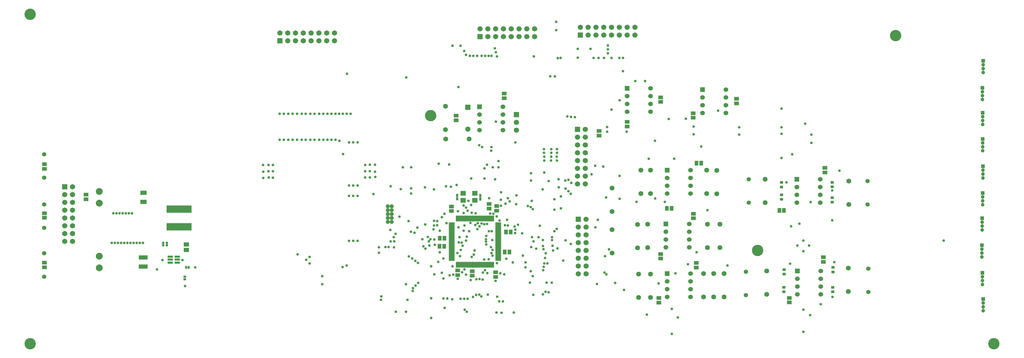
<source format=gts>
G04 Layer_Color=8388736*
%FSLAX24Y24*%
%MOIN*%
G70*
G01*
G75*
%ADD34R,0.0600X0.0600*%
%ADD35C,0.0600*%
%ADD50R,0.0631X0.0513*%
%ADD51R,0.0300X0.0320*%
%ADD52R,0.1140X0.0520*%
%ADD53R,0.0650X0.0520*%
%ADD54R,0.0790X0.0520*%
%ADD55R,0.3230X0.0946*%
%ADD56R,0.0320X0.0300*%
%ADD57R,0.0700X0.0300*%
%ADD58R,0.0513X0.0631*%
%ADD59O,0.0789X0.0198*%
%ADD60O,0.0198X0.0789*%
%ADD61R,0.0710X0.0592*%
%ADD62R,0.0316X0.0434*%
%ADD63R,0.0434X0.0356*%
%ADD64C,0.1458*%
%ADD65C,0.0671*%
%ADD66R,0.0671X0.0671*%
%ADD67C,0.0552*%
%ADD68C,0.0730*%
%ADD69C,0.0631*%
%ADD70R,0.0671X0.0671*%
%ADD71C,0.0520*%
%ADD72C,0.0474*%
%ADD73R,0.0474X0.0474*%
%ADD74C,0.0332*%
%ADD75C,0.0880*%
D34*
X82896Y-21178D02*
D03*
X82710Y-28089D02*
D03*
X82876Y-34466D02*
D03*
X58813Y-13060D02*
D03*
X99510Y-22344D02*
D03*
X87423Y-10839D02*
D03*
X99579Y-34106D02*
D03*
X77758Y-10701D02*
D03*
D35*
X82896Y-22178D02*
D03*
Y-23178D02*
D03*
Y-24178D02*
D03*
X85896D02*
D03*
Y-23178D02*
D03*
Y-22178D02*
D03*
Y-21178D02*
D03*
X82710Y-29089D02*
D03*
Y-30089D02*
D03*
Y-31089D02*
D03*
X85710D02*
D03*
Y-30089D02*
D03*
Y-29089D02*
D03*
Y-28089D02*
D03*
X82876Y-35466D02*
D03*
Y-36466D02*
D03*
Y-37466D02*
D03*
X85876D02*
D03*
Y-36466D02*
D03*
Y-35466D02*
D03*
Y-34466D02*
D03*
X58813Y-14060D02*
D03*
Y-15060D02*
D03*
Y-16060D02*
D03*
X61813D02*
D03*
Y-15060D02*
D03*
Y-14060D02*
D03*
Y-13060D02*
D03*
X99510Y-23344D02*
D03*
Y-24344D02*
D03*
Y-25344D02*
D03*
X102510D02*
D03*
Y-24344D02*
D03*
Y-23344D02*
D03*
Y-22344D02*
D03*
X87423Y-11839D02*
D03*
Y-12839D02*
D03*
Y-13839D02*
D03*
X90423D02*
D03*
Y-12839D02*
D03*
Y-11839D02*
D03*
Y-10839D02*
D03*
X99579Y-35106D02*
D03*
Y-36106D02*
D03*
Y-37106D02*
D03*
X102579D02*
D03*
Y-36106D02*
D03*
Y-35106D02*
D03*
Y-34106D02*
D03*
X77758Y-11701D02*
D03*
Y-12701D02*
D03*
Y-13701D02*
D03*
X80758D02*
D03*
Y-12701D02*
D03*
Y-11701D02*
D03*
Y-10701D02*
D03*
D50*
X3022Y-33642D02*
D03*
Y-33051D02*
D03*
X74163Y-16161D02*
D03*
Y-16752D02*
D03*
X3022Y-20423D02*
D03*
Y-21014D02*
D03*
X8356Y-24321D02*
D03*
Y-24911D02*
D03*
X3031Y-26713D02*
D03*
Y-27303D02*
D03*
X77756Y-15000D02*
D03*
Y-15591D02*
D03*
X98573Y-38169D02*
D03*
Y-37579D02*
D03*
X81821Y-37589D02*
D03*
Y-38179D02*
D03*
X86240Y-13878D02*
D03*
Y-14468D02*
D03*
X91781Y-12028D02*
D03*
Y-12618D02*
D03*
X86250Y-26772D02*
D03*
Y-27362D02*
D03*
X82057Y-31939D02*
D03*
Y-32530D02*
D03*
X82067Y-11841D02*
D03*
Y-12431D02*
D03*
X102933Y-32352D02*
D03*
Y-32943D02*
D03*
X61998Y-11358D02*
D03*
Y-11949D02*
D03*
X86634Y-33091D02*
D03*
Y-33681D02*
D03*
X103130Y-20896D02*
D03*
Y-21486D02*
D03*
X57884Y-34734D02*
D03*
Y-34144D02*
D03*
X61024Y-25787D02*
D03*
Y-26378D02*
D03*
X55217Y-25846D02*
D03*
Y-26437D02*
D03*
X60069Y-25531D02*
D03*
Y-26122D02*
D03*
X56024Y-34656D02*
D03*
Y-34065D02*
D03*
X60896Y-34882D02*
D03*
Y-34291D02*
D03*
X55828Y-14184D02*
D03*
Y-14774D02*
D03*
D51*
X21529Y-33651D02*
D03*
X21199D02*
D03*
D52*
X15684Y-32381D02*
D03*
Y-33561D02*
D03*
D53*
X21214Y-31426D02*
D03*
Y-30716D02*
D03*
D54*
X15734Y-25271D02*
D03*
Y-24091D02*
D03*
D55*
X20284Y-26199D02*
D03*
Y-28443D02*
D03*
D56*
X21034Y-34866D02*
D03*
Y-35196D02*
D03*
D57*
X20064Y-32297D02*
D03*
Y-32671D02*
D03*
Y-33045D02*
D03*
X19144D02*
D03*
Y-32671D02*
D03*
Y-32297D02*
D03*
D58*
X97283Y-26348D02*
D03*
X97874D02*
D03*
X87244Y-20276D02*
D03*
X86654D02*
D03*
X83445Y-26102D02*
D03*
X82854D02*
D03*
X62657Y-31703D02*
D03*
X62067D02*
D03*
X53691Y-30955D02*
D03*
X54282D02*
D03*
X62815Y-29124D02*
D03*
X62224D02*
D03*
X53730Y-29931D02*
D03*
X54321D02*
D03*
D59*
X55266Y-27982D02*
D03*
Y-28179D02*
D03*
Y-28376D02*
D03*
Y-28573D02*
D03*
Y-28770D02*
D03*
Y-28967D02*
D03*
Y-29163D02*
D03*
Y-29360D02*
D03*
Y-29557D02*
D03*
Y-29754D02*
D03*
Y-29951D02*
D03*
Y-30148D02*
D03*
Y-30344D02*
D03*
Y-30541D02*
D03*
Y-30738D02*
D03*
Y-30935D02*
D03*
Y-31132D02*
D03*
Y-31329D02*
D03*
Y-31526D02*
D03*
Y-31722D02*
D03*
Y-31919D02*
D03*
Y-32116D02*
D03*
Y-32313D02*
D03*
Y-32510D02*
D03*
Y-32707D02*
D03*
X61211D02*
D03*
Y-32510D02*
D03*
Y-32313D02*
D03*
Y-32116D02*
D03*
Y-31919D02*
D03*
Y-31722D02*
D03*
Y-31526D02*
D03*
Y-31329D02*
D03*
Y-31132D02*
D03*
Y-30935D02*
D03*
Y-30738D02*
D03*
Y-30541D02*
D03*
Y-30344D02*
D03*
Y-30148D02*
D03*
Y-29951D02*
D03*
Y-29754D02*
D03*
Y-29557D02*
D03*
Y-29360D02*
D03*
Y-29163D02*
D03*
Y-28967D02*
D03*
Y-28770D02*
D03*
Y-28573D02*
D03*
Y-28376D02*
D03*
Y-28179D02*
D03*
Y-27982D02*
D03*
D60*
X55876Y-33317D02*
D03*
X56073D02*
D03*
X56270D02*
D03*
X56467D02*
D03*
X56663D02*
D03*
X56860D02*
D03*
X57057D02*
D03*
X57254D02*
D03*
X57451D02*
D03*
X57648D02*
D03*
X57844D02*
D03*
X58041D02*
D03*
X58238D02*
D03*
X58435D02*
D03*
X58632D02*
D03*
X58829D02*
D03*
X59026D02*
D03*
X59222D02*
D03*
X59419D02*
D03*
X59616D02*
D03*
X59813D02*
D03*
X60010D02*
D03*
X60207D02*
D03*
X60404D02*
D03*
X60600D02*
D03*
Y-27372D02*
D03*
X60404D02*
D03*
X60207D02*
D03*
X60010D02*
D03*
X59813D02*
D03*
X59616D02*
D03*
X59419D02*
D03*
X59222D02*
D03*
X59026D02*
D03*
X58829D02*
D03*
X58632D02*
D03*
X58435D02*
D03*
X58238D02*
D03*
X58041D02*
D03*
X57844D02*
D03*
X57648D02*
D03*
X57451D02*
D03*
X57254D02*
D03*
X57057D02*
D03*
X56860D02*
D03*
X56663D02*
D03*
X56467D02*
D03*
X56270D02*
D03*
X56073D02*
D03*
X55876D02*
D03*
D61*
X58209Y-25049D02*
D03*
X56713D02*
D03*
Y-24144D02*
D03*
X58209D02*
D03*
D62*
X58927Y-24892D02*
D03*
Y-24459D02*
D03*
X55965Y-24429D02*
D03*
Y-24862D02*
D03*
D63*
X97559Y-23346D02*
D03*
Y-22756D02*
D03*
Y-24931D02*
D03*
Y-24341D02*
D03*
X104065Y-25295D02*
D03*
Y-24705D02*
D03*
X104065Y-22746D02*
D03*
Y-23337D02*
D03*
X97884Y-34537D02*
D03*
Y-33947D02*
D03*
X97854Y-36801D02*
D03*
Y-36211D02*
D03*
X104163Y-34252D02*
D03*
Y-33661D02*
D03*
X104114Y-36801D02*
D03*
Y-36211D02*
D03*
D64*
X94488Y-31496D02*
D03*
X52559Y-14173D02*
D03*
X1181Y-1181D02*
D03*
Y-43465D02*
D03*
X124803D02*
D03*
X112205Y-3937D02*
D03*
D65*
X6640Y-30327D02*
D03*
X5640D02*
D03*
X6640Y-29327D02*
D03*
X5640D02*
D03*
X6640Y-28327D02*
D03*
X5640D02*
D03*
X6640Y-27327D02*
D03*
X5640D02*
D03*
X6640Y-26327D02*
D03*
X5640D02*
D03*
X6640Y-25327D02*
D03*
X5640D02*
D03*
X6640Y-24327D02*
D03*
X5640D02*
D03*
X6640Y-23327D02*
D03*
X72398Y-15955D02*
D03*
X71398Y-16955D02*
D03*
X72398D02*
D03*
X71398Y-17955D02*
D03*
X72398D02*
D03*
X71398Y-18955D02*
D03*
X72398D02*
D03*
X71398Y-19955D02*
D03*
X72398D02*
D03*
X71398Y-20955D02*
D03*
X72398D02*
D03*
X71398Y-21955D02*
D03*
X72398D02*
D03*
X71398Y-22955D02*
D03*
X72398D02*
D03*
X71772Y-2858D02*
D03*
X72772Y-3858D02*
D03*
Y-2858D02*
D03*
X73772Y-3858D02*
D03*
Y-2858D02*
D03*
X74772Y-3858D02*
D03*
Y-2858D02*
D03*
X75772Y-3858D02*
D03*
Y-2858D02*
D03*
X76772Y-3858D02*
D03*
Y-2858D02*
D03*
X77772Y-3858D02*
D03*
Y-2858D02*
D03*
X78772Y-3858D02*
D03*
Y-2858D02*
D03*
X58898Y-3065D02*
D03*
X59898Y-4065D02*
D03*
Y-3065D02*
D03*
X60898Y-4065D02*
D03*
Y-3065D02*
D03*
X61898Y-4065D02*
D03*
Y-3065D02*
D03*
X62898Y-4065D02*
D03*
Y-3065D02*
D03*
X63898Y-4065D02*
D03*
Y-3065D02*
D03*
X64898Y-4065D02*
D03*
Y-3065D02*
D03*
X65898Y-4065D02*
D03*
Y-3065D02*
D03*
X72496Y-27500D02*
D03*
X71496Y-28500D02*
D03*
X72496D02*
D03*
X71496Y-29500D02*
D03*
X72496D02*
D03*
X71496Y-30500D02*
D03*
X72496D02*
D03*
X71496Y-31500D02*
D03*
X72496D02*
D03*
X71496Y-32500D02*
D03*
X72496D02*
D03*
X71496Y-33500D02*
D03*
X72496D02*
D03*
X71496Y-34500D02*
D03*
X72496D02*
D03*
X33219Y-3577D02*
D03*
X34218Y-4577D02*
D03*
Y-3577D02*
D03*
X35219Y-4577D02*
D03*
Y-3577D02*
D03*
X36219Y-4577D02*
D03*
Y-3577D02*
D03*
X37218Y-4577D02*
D03*
Y-3577D02*
D03*
X38219Y-4577D02*
D03*
Y-3577D02*
D03*
X39218Y-4577D02*
D03*
Y-3577D02*
D03*
X40219Y-4577D02*
D03*
Y-3577D02*
D03*
X63574Y-16066D02*
D03*
Y-15066D02*
D03*
X57333Y-15906D02*
D03*
D66*
X5640Y-23327D02*
D03*
X71398Y-15955D02*
D03*
X71496Y-27500D02*
D03*
X63574Y-14066D02*
D03*
X57333Y-13110D02*
D03*
D67*
X2982Y-28596D02*
D03*
Y-25596D02*
D03*
Y-34846D02*
D03*
Y-31846D02*
D03*
X3002Y-22169D02*
D03*
Y-19169D02*
D03*
X93002Y-37209D02*
D03*
Y-34209D02*
D03*
X108602Y-22575D02*
D03*
Y-25575D02*
D03*
X93356Y-22339D02*
D03*
Y-25339D02*
D03*
X108681Y-33835D02*
D03*
Y-36835D02*
D03*
D68*
X10044Y-25421D02*
D03*
Y-33741D02*
D03*
Y-32231D02*
D03*
Y-23931D02*
D03*
D69*
X75827Y-31835D02*
D03*
Y-28835D02*
D03*
X89252Y-21232D02*
D03*
Y-24232D02*
D03*
X87953Y-24192D02*
D03*
Y-21192D02*
D03*
X79518D02*
D03*
Y-24192D02*
D03*
X80758D02*
D03*
Y-21192D02*
D03*
X88072Y-31112D02*
D03*
Y-28112D02*
D03*
X79096Y-28152D02*
D03*
Y-31152D02*
D03*
X80376Y-31132D02*
D03*
Y-28132D02*
D03*
X89667Y-28112D02*
D03*
Y-31112D02*
D03*
X80758Y-37519D02*
D03*
Y-34519D02*
D03*
X79232Y-34509D02*
D03*
Y-37509D02*
D03*
X87549Y-34470D02*
D03*
Y-37470D02*
D03*
X88868Y-34470D02*
D03*
Y-37470D02*
D03*
X90197Y-34470D02*
D03*
Y-37470D02*
D03*
X54460Y-12999D02*
D03*
Y-15999D02*
D03*
X54504Y-17175D02*
D03*
X57504D02*
D03*
X106201Y-22575D02*
D03*
Y-25575D02*
D03*
X95453Y-22358D02*
D03*
Y-25358D02*
D03*
X95650Y-37110D02*
D03*
Y-34110D02*
D03*
X106112Y-33766D02*
D03*
Y-36766D02*
D03*
X75817Y-23480D02*
D03*
Y-26480D02*
D03*
D70*
X71772Y-3858D02*
D03*
X58898Y-4065D02*
D03*
X33219Y-4577D02*
D03*
D71*
X47053Y-25821D02*
D03*
X47553D02*
D03*
X47053Y-26321D02*
D03*
X47553D02*
D03*
X47053Y-26821D02*
D03*
X47553D02*
D03*
X47053Y-27321D02*
D03*
X47553D02*
D03*
X47053Y-27821D02*
D03*
X47553D02*
D03*
D72*
X123346Y-18675D02*
D03*
Y-18175D02*
D03*
Y-17675D02*
D03*
X123415Y-8646D02*
D03*
Y-8146D02*
D03*
Y-7646D02*
D03*
X123356Y-25614D02*
D03*
Y-25114D02*
D03*
Y-24614D02*
D03*
X123327Y-35850D02*
D03*
Y-35350D02*
D03*
Y-34850D02*
D03*
X123258Y-32317D02*
D03*
Y-31817D02*
D03*
Y-31317D02*
D03*
X123396Y-22189D02*
D03*
Y-21689D02*
D03*
Y-21189D02*
D03*
X123278Y-28843D02*
D03*
Y-28343D02*
D03*
Y-27843D02*
D03*
X123337Y-12110D02*
D03*
Y-11610D02*
D03*
Y-11110D02*
D03*
X123415Y-39236D02*
D03*
Y-38736D02*
D03*
Y-38236D02*
D03*
X123346Y-15329D02*
D03*
Y-14829D02*
D03*
Y-14329D02*
D03*
D73*
Y-17175D02*
D03*
X123415Y-7146D02*
D03*
X123356Y-24114D02*
D03*
X123327Y-34350D02*
D03*
X123258Y-30817D02*
D03*
X123396Y-20689D02*
D03*
X123278Y-27343D02*
D03*
X123337Y-10610D02*
D03*
X123415Y-37736D02*
D03*
X123346Y-13829D02*
D03*
D74*
X47890Y-30311D02*
D03*
X53100Y-30750D02*
D03*
X47830Y-29790D02*
D03*
X60830Y-22370D02*
D03*
X67230Y-32460D02*
D03*
X56890Y-28280D02*
D03*
X53740Y-28950D02*
D03*
X50640Y-35980D02*
D03*
X50970Y-35670D02*
D03*
X59810Y-34380D02*
D03*
X62000Y-34550D02*
D03*
X65400Y-34170D02*
D03*
X63100Y-33030D02*
D03*
X62256Y-32571D02*
D03*
X60020Y-29030D02*
D03*
X59685Y-29606D02*
D03*
X60280Y-31040D02*
D03*
X60350Y-31820D02*
D03*
X64710Y-33020D02*
D03*
X67120Y-33150D02*
D03*
X64400Y-32170D02*
D03*
X60490Y-32150D02*
D03*
X57835Y-32335D02*
D03*
X58080Y-32010D02*
D03*
X54183Y-32530D02*
D03*
X53740Y-31720D02*
D03*
X52180Y-29770D02*
D03*
X51496Y-30049D02*
D03*
X45472Y-22047D02*
D03*
X18714Y-30521D02*
D03*
X18264D02*
D03*
X118346Y-30207D02*
D03*
X98789Y-28386D02*
D03*
X54931Y-20453D02*
D03*
X58789Y-18002D02*
D03*
X89429Y-13553D02*
D03*
X83100Y-14606D02*
D03*
X85276Y-14596D02*
D03*
X86280Y-15600D02*
D03*
Y-16594D02*
D03*
X87244Y-18140D02*
D03*
X84262Y-40089D02*
D03*
X90640Y-33435D02*
D03*
X104990Y-21260D02*
D03*
X104321Y-32992D02*
D03*
X101220Y-39774D02*
D03*
X81801Y-35728D02*
D03*
X86663Y-31722D02*
D03*
X65413Y-21585D02*
D03*
X67077Y-18474D02*
D03*
X68012D02*
D03*
X68760D02*
D03*
X67116Y-19459D02*
D03*
X68012D02*
D03*
X68720D02*
D03*
X67112Y-19955D02*
D03*
X67079Y-18955D02*
D03*
X67988Y-19955D02*
D03*
X68024Y-18955D02*
D03*
X68744Y-19955D02*
D03*
X68758Y-18955D02*
D03*
X67677Y-22579D02*
D03*
X70591Y-22825D02*
D03*
X70226Y-22431D02*
D03*
X69823Y-22520D02*
D03*
X83780Y-19705D02*
D03*
X80541D02*
D03*
X75197Y-15640D02*
D03*
X77707Y-16260D02*
D03*
X75197D02*
D03*
X80295Y-39705D02*
D03*
X52628Y-40138D02*
D03*
Y-37618D02*
D03*
Y-33533D02*
D03*
X88072Y-26311D02*
D03*
X97559Y-13278D02*
D03*
Y-15699D02*
D03*
Y-16535D02*
D03*
Y-19616D02*
D03*
X83484Y-42175D02*
D03*
X17464Y-33921D02*
D03*
X20714Y-32721D02*
D03*
X13664Y-30521D02*
D03*
X13264D02*
D03*
X12864D02*
D03*
X12064D02*
D03*
X22364Y-33671D02*
D03*
X14864Y-30521D02*
D03*
X15664D02*
D03*
X11864Y-26721D02*
D03*
X12264D02*
D03*
X12664D02*
D03*
X13064D02*
D03*
X13464D02*
D03*
X13864D02*
D03*
X14264D02*
D03*
X11664Y-30521D02*
D03*
X12464D02*
D03*
X14064D02*
D03*
X14464D02*
D03*
X15264D02*
D03*
X21064Y-36071D02*
D03*
X18264Y-30821D02*
D03*
X18714D02*
D03*
X18174Y-32721D02*
D03*
X73888Y-35787D02*
D03*
X63209Y-39469D02*
D03*
X61654Y-39488D02*
D03*
X60925Y-6053D02*
D03*
X59518Y-34006D02*
D03*
X33199Y-17274D02*
D03*
X36535D02*
D03*
X35433D02*
D03*
X34872D02*
D03*
X34281D02*
D03*
X37126D02*
D03*
X37667D02*
D03*
X38258D02*
D03*
X38799D02*
D03*
X39341D02*
D03*
X39823D02*
D03*
X40354D02*
D03*
X41309Y-19124D02*
D03*
X40866Y-17431D02*
D03*
X33740Y-17274D02*
D03*
X57500Y-29016D02*
D03*
X53602Y-20344D02*
D03*
X51880Y-31260D02*
D03*
X51634Y-30945D02*
D03*
X75285Y-5187D02*
D03*
X75276Y-5699D02*
D03*
X75285Y-6181D02*
D03*
X74793Y-6791D02*
D03*
X74104D02*
D03*
X73465D02*
D03*
X71063Y-14380D02*
D03*
X70551Y-14341D02*
D03*
X70098Y-14301D02*
D03*
X70532Y-24213D02*
D03*
X65384Y-25906D02*
D03*
X65010Y-25797D02*
D03*
X65669Y-26201D02*
D03*
X59675Y-30709D02*
D03*
X59665Y-30354D02*
D03*
X59656Y-30039D02*
D03*
X58189Y-31496D02*
D03*
X77234Y-6778D02*
D03*
Y-8494D02*
D03*
X68504Y-9144D02*
D03*
X49439Y-9281D02*
D03*
X45236Y-24262D02*
D03*
X45925Y-31093D02*
D03*
Y-31781D02*
D03*
X63415Y-17628D02*
D03*
X66545Y-28307D02*
D03*
X69852Y-30177D02*
D03*
X70512Y-30640D02*
D03*
X67008Y-34026D02*
D03*
X61053Y-33130D02*
D03*
X57206Y-29724D02*
D03*
X65728Y-37185D02*
D03*
X65289Y-35619D02*
D03*
X81358Y-24833D02*
D03*
X73199Y-21722D02*
D03*
X55906Y-23081D02*
D03*
X54537Y-23258D02*
D03*
X53986Y-27215D02*
D03*
X53524Y-32963D02*
D03*
X58573Y-28760D02*
D03*
X47392Y-28848D02*
D03*
X48081Y-39360D02*
D03*
X49380D02*
D03*
X57205D02*
D03*
X46181Y-37835D02*
D03*
X41250Y-33622D02*
D03*
X49576Y-37835D02*
D03*
X57106Y-34577D02*
D03*
X56585Y-34272D02*
D03*
X46211Y-37382D02*
D03*
X58002Y-37470D02*
D03*
X59055Y-37392D02*
D03*
X56919Y-39094D02*
D03*
X68081Y-35610D02*
D03*
X61486Y-34419D02*
D03*
X64715Y-33671D02*
D03*
X48573Y-27156D02*
D03*
X52402Y-30856D02*
D03*
X53012Y-30089D02*
D03*
X60482Y-31437D02*
D03*
X58829Y-35157D02*
D03*
X58396Y-37175D02*
D03*
X38652Y-35817D02*
D03*
Y-34774D02*
D03*
X73051Y-5610D02*
D03*
X71427D02*
D03*
X68848Y-6821D02*
D03*
X67136Y-21486D02*
D03*
X65541Y-25108D02*
D03*
X52530Y-30049D02*
D03*
X52323Y-30335D02*
D03*
X67018Y-31309D02*
D03*
X58780Y-37146D02*
D03*
X59222Y-35236D02*
D03*
X57697Y-35285D02*
D03*
X59242Y-34311D02*
D03*
X61093Y-37431D02*
D03*
X50256Y-36673D02*
D03*
X54203Y-35089D02*
D03*
X53986Y-34350D02*
D03*
X55364Y-33533D02*
D03*
X65551Y-29793D02*
D03*
X60404Y-29006D02*
D03*
X63386Y-29252D02*
D03*
X60896Y-35384D02*
D03*
X56024Y-35118D02*
D03*
X56122Y-28524D02*
D03*
X56782Y-28947D02*
D03*
X61555Y-24990D02*
D03*
Y-25768D02*
D03*
X50059Y-24193D02*
D03*
Y-23533D02*
D03*
X68189Y-30896D02*
D03*
X66959Y-30915D02*
D03*
X65443Y-31063D02*
D03*
X65758Y-30305D02*
D03*
X54360Y-38839D02*
D03*
X60994Y-39469D02*
D03*
X67697Y-36870D02*
D03*
X76801Y-24862D02*
D03*
Y-21909D02*
D03*
Y-12215D02*
D03*
X76772Y-6778D02*
D03*
X75108Y-34567D02*
D03*
X75432Y-31339D02*
D03*
X75772Y-13425D02*
D03*
Y-6778D02*
D03*
X47421Y-30305D02*
D03*
X41821Y-8829D02*
D03*
X61053Y-6604D02*
D03*
X47854Y-31073D02*
D03*
X56850Y-5886D02*
D03*
X55374Y-5236D02*
D03*
X68642Y-3209D02*
D03*
Y-2165D02*
D03*
X65674Y-34788D02*
D03*
X67067Y-33593D02*
D03*
X67520Y-33159D02*
D03*
X68839Y-31220D02*
D03*
X71437Y-6762D02*
D03*
X69222Y-6791D02*
D03*
X68258Y-31476D02*
D03*
X68425Y-29035D02*
D03*
Y-26250D02*
D03*
Y-24931D02*
D03*
X62461Y-28297D02*
D03*
X63524Y-25561D02*
D03*
X62461Y-24803D02*
D03*
X56791Y-26693D02*
D03*
X60915Y-14961D02*
D03*
X66093Y-31270D02*
D03*
X61811Y-38031D02*
D03*
X46762Y-31043D02*
D03*
X61348Y-38031D02*
D03*
X47146Y-31053D02*
D03*
X60600Y-26772D02*
D03*
X59459Y-22264D02*
D03*
Y-20945D02*
D03*
X50059Y-20837D02*
D03*
X58317Y-26713D02*
D03*
X54331Y-26781D02*
D03*
X53386Y-28258D02*
D03*
X52992Y-28287D02*
D03*
Y-27687D02*
D03*
Y-23652D02*
D03*
X78957Y-25266D02*
D03*
X82598D02*
D03*
X67283Y-36801D02*
D03*
X76240Y-35650D02*
D03*
X85571Y-33258D02*
D03*
X50010Y-29085D02*
D03*
X66959Y-37106D02*
D03*
X57283Y-26378D02*
D03*
X57087Y-25994D02*
D03*
X56801Y-25709D02*
D03*
X55148Y-23317D02*
D03*
X68947Y-22352D02*
D03*
X78799Y-9764D02*
D03*
X80049D02*
D03*
X56073Y-26447D02*
D03*
X73976Y-27569D02*
D03*
X73642Y-20630D02*
D03*
X92136Y-15699D02*
D03*
Y-16614D02*
D03*
X81331Y-17409D02*
D03*
X102579Y-38376D02*
D03*
X73701Y-28524D02*
D03*
X74695Y-20728D02*
D03*
X77352Y-36545D02*
D03*
X83967Y-34429D02*
D03*
X98927Y-19144D02*
D03*
X100600Y-15226D02*
D03*
X59419Y-32638D02*
D03*
X61378Y-27657D02*
D03*
X59990Y-32608D02*
D03*
X62146Y-25492D02*
D03*
X60463Y-30148D02*
D03*
X63770Y-28179D02*
D03*
X66959Y-30157D02*
D03*
X49390Y-35827D02*
D03*
X56880Y-33937D02*
D03*
X66407Y-29793D02*
D03*
X58287Y-28228D02*
D03*
X58829Y-28396D02*
D03*
X59104Y-28012D02*
D03*
X59439Y-28120D02*
D03*
X58585Y-28001D02*
D03*
X63435Y-28819D02*
D03*
X101289Y-25295D02*
D03*
X101407Y-17687D02*
D03*
X104065Y-23789D02*
D03*
X104085Y-37470D02*
D03*
X98642Y-33189D02*
D03*
X98179Y-22766D02*
D03*
X104045Y-27618D02*
D03*
X99843Y-28051D02*
D03*
X53406Y-27717D02*
D03*
X56132Y-10522D02*
D03*
X60807Y-5561D02*
D03*
X50866Y-28543D02*
D03*
X56398Y-5236D02*
D03*
X57835Y-26663D02*
D03*
X59793Y-28091D02*
D03*
X59163Y-18228D02*
D03*
X60374D02*
D03*
X60207Y-26762D02*
D03*
X60512Y-20837D02*
D03*
X60335Y-18681D02*
D03*
X61260Y-20827D02*
D03*
Y-20010D02*
D03*
X50305Y-36319D02*
D03*
X50207Y-32510D02*
D03*
X50600Y-32825D02*
D03*
X50935Y-33100D02*
D03*
X37037Y-33159D02*
D03*
Y-32313D02*
D03*
X36575Y-32697D02*
D03*
X33199Y-13957D02*
D03*
X101407Y-16614D02*
D03*
X100344Y-30207D02*
D03*
Y-31585D02*
D03*
Y-39094D02*
D03*
X83484Y-38991D02*
D03*
X101091Y-30864D02*
D03*
X99579D02*
D03*
X100344Y-41929D02*
D03*
X57648Y-27963D02*
D03*
X51831Y-23381D02*
D03*
X54606Y-27972D02*
D03*
X61024Y-27136D02*
D03*
X75049Y-24685D02*
D03*
X74911Y-32234D02*
D03*
X74862Y-34311D02*
D03*
X67421Y-35620D02*
D03*
X33740Y-13957D02*
D03*
X34281D02*
D03*
X34872D02*
D03*
X35433D02*
D03*
X36014Y-17274D02*
D03*
Y-13957D02*
D03*
X36535D02*
D03*
X37126D02*
D03*
X37667D02*
D03*
X38258D02*
D03*
X38799D02*
D03*
X40354D02*
D03*
X39823D02*
D03*
X39341D02*
D03*
X42283D02*
D03*
X41791D02*
D03*
X41299D02*
D03*
X40837D02*
D03*
X35502Y-31988D02*
D03*
X42096Y-17628D02*
D03*
X42628D02*
D03*
X43179D02*
D03*
X42096Y-23159D02*
D03*
X42628D02*
D03*
X43179D02*
D03*
X42096Y-24498D02*
D03*
X42628D02*
D03*
X43179D02*
D03*
X42628Y-30247D02*
D03*
X43179D02*
D03*
X42096D02*
D03*
X41801Y-33405D02*
D03*
X53022Y-34557D02*
D03*
X49774Y-32264D02*
D03*
X54203Y-37638D02*
D03*
X54704D02*
D03*
X55325Y-37766D02*
D03*
X56378Y-37687D02*
D03*
X57303D02*
D03*
X56850D02*
D03*
X59892Y-37165D02*
D03*
X58425Y-35187D02*
D03*
X59104Y-6525D02*
D03*
X59567D02*
D03*
X59980D02*
D03*
X60374D02*
D03*
X58533D02*
D03*
X58022D02*
D03*
X57579D02*
D03*
X57096Y-6387D02*
D03*
X65778Y-6604D02*
D03*
X48071Y-29370D02*
D03*
X50482Y-29213D02*
D03*
X52933Y-28799D02*
D03*
X63317Y-28435D02*
D03*
X62077Y-28268D02*
D03*
X62352Y-27569D02*
D03*
X62677Y-25187D02*
D03*
X69272Y-24567D02*
D03*
Y-26093D02*
D03*
X68740Y-28711D02*
D03*
X68140Y-29774D02*
D03*
X68130Y-30138D02*
D03*
X67313Y-31860D02*
D03*
X69557Y-32795D02*
D03*
X56339Y-32234D02*
D03*
X56437Y-31407D02*
D03*
X56142Y-30463D02*
D03*
X56657Y-30885D02*
D03*
X56526Y-30502D02*
D03*
X57077Y-30217D02*
D03*
X56260Y-29793D02*
D03*
X55984Y-31831D02*
D03*
X69872Y-23553D02*
D03*
X70237Y-23898D02*
D03*
X66939Y-23661D02*
D03*
X69006Y-23376D02*
D03*
X65413Y-22510D02*
D03*
X60069Y-24793D02*
D03*
X59793Y-20472D02*
D03*
X49006Y-20817D02*
D03*
X47411Y-23258D02*
D03*
X48740Y-23612D02*
D03*
X51860Y-28140D02*
D03*
X49715Y-27717D02*
D03*
X55443Y-34587D02*
D03*
X55000Y-34685D02*
D03*
X64291Y-29272D02*
D03*
X63563Y-24429D02*
D03*
X61585Y-24006D02*
D03*
X57392Y-25128D02*
D03*
X57756Y-25650D02*
D03*
Y-22254D02*
D03*
X44154Y-20531D02*
D03*
X44163Y-21319D02*
D03*
Y-22126D02*
D03*
X44764Y-20502D02*
D03*
X44744Y-21319D02*
D03*
X44764Y-22106D02*
D03*
X45433Y-20502D02*
D03*
X45413Y-21378D02*
D03*
X31073Y-20512D02*
D03*
X31083Y-21378D02*
D03*
Y-22175D02*
D03*
X31742Y-20512D02*
D03*
X31752Y-21319D02*
D03*
X31781Y-22126D02*
D03*
X32323Y-20512D02*
D03*
X32313Y-21309D02*
D03*
X32323Y-22156D02*
D03*
X67892Y-9160D02*
D03*
D75*
X10064Y-32221D02*
D03*
Y-25421D02*
D03*
Y-33721D02*
D03*
Y-23921D02*
D03*
M02*

</source>
